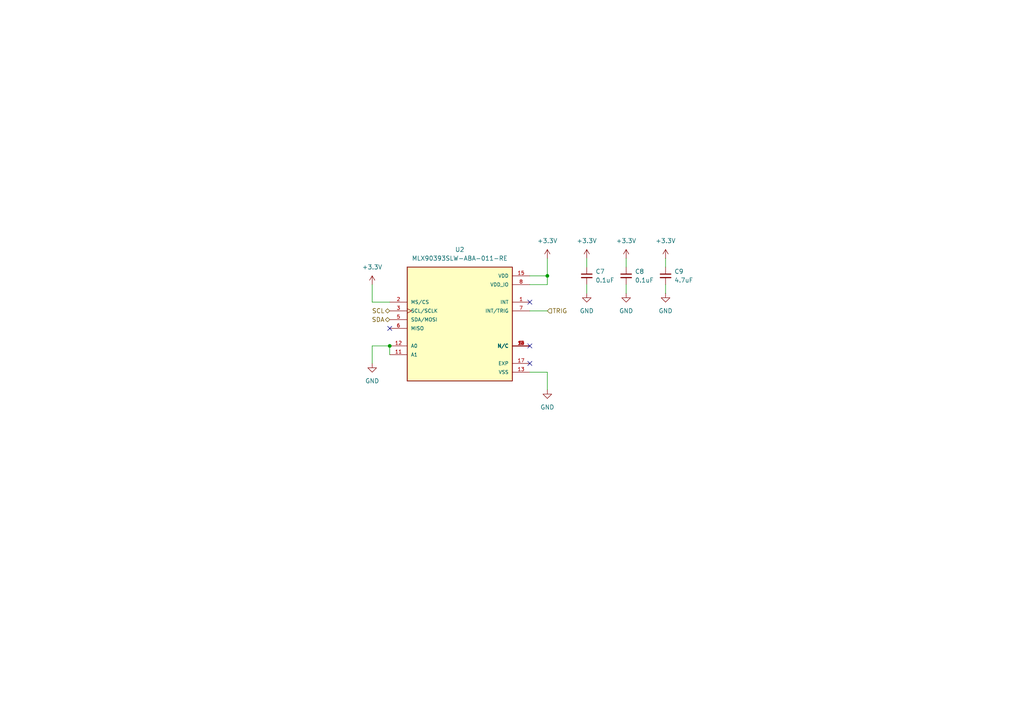
<source format=kicad_sch>
(kicad_sch (version 20231120) (generator "eeschema") (generator_version "8.0")
  (paper "A4")
  (lib_symbols
    (symbol "Device:C_Small" (pin_numbers hide) (pin_names (offset 0.254) hide)
      (property "Reference" "C" (at 0.254 1.778 0))
      (property "Value" "C_Small" (at 0.254 -2.032 0))
      (symbol "C_Small_0_1"
        (polyline (pts (xy -1.524 -0.508) (xy 1.524 -0.508)) (stroke (width 0.3302)))
        (polyline (pts (xy -1.524 0.508) (xy 1.524 0.508)) (stroke (width 0.3048)))
      )
      (symbol "C_Small_1_1"
        (pin passive line (at 0 2.54 270) (length 2.032) (name "~") (number "1"))
        (pin passive line (at 0 -2.54 90) (length 2.032) (name "~") (number "2"))
      )
    )
    (symbol "MLX90393SLW-ABA-011-RE:MLX90393SLW-ABA-011-RE" (pin_names (offset 1.016))
      (property "Reference" "U" (at -15.24 16.002 0))
      (property "Value" "MLX90393SLW-ABA-011-RE" (at -15.24 -20.32 0))
      (symbol "MLX90393SLW-ABA-011-RE_0_0"
        (rectangle (start -15.24 -17.78) (end 15.24 15.24) (stroke (width 0.254)) (fill (type background)))
        (pin output line (at 20.32 5.08 180) (length 5.08) (name "INT") (number "1"))
        (pin passive line (at 20.32 -7.62 180) (length 5.08) (name "N/C") (number "10"))
        (pin input line (at -20.32 -10.16 0) (length 5.08) (name "A1") (number "11"))
        (pin input line (at -20.32 -7.62 0) (length 5.08) (name "A0") (number "12"))
        (pin power_in line (at 20.32 -15.24 180) (length 5.08) (name "VSS") (number "13"))
        (pin passive line (at 20.32 -7.62 180) (length 5.08) (name "N/C") (number "14"))
        (pin power_in line (at 20.32 12.7 180) (length 5.08) (name "VDD") (number "15"))
        (pin passive line (at 20.32 -7.62 180) (length 5.08) (name "N/C") (number "16"))
        (pin passive line (at 20.32 -12.7 180) (length 5.08) (name "EXP") (number "17"))
        (pin input line (at -20.32 5.08 0) (length 5.08) (name "MS/CS") (number "2"))
        (pin input clock (at -20.32 2.54 0) (length 5.08) (name "SCL/SCLK") (number "3"))
        (pin passive line (at 20.32 -7.62 180) (length 5.08) (name "N/C") (number "4"))
        (pin bidirectional line (at -20.32 0 0) (length 5.08) (name "SDA/MOSI") (number "5"))
        (pin output line (at -20.32 -2.54 0) (length 5.08) (name "MISO") (number "6"))
        (pin bidirectional line (at 20.32 2.54 180) (length 5.08) (name "INT/TRIG") (number "7"))
        (pin power_in line (at 20.32 10.16 180) (length 5.08) (name "VDD_IO") (number "8"))
        (pin passive line (at 20.32 -7.62 180) (length 5.08) (name "N/C") (number "9"))
      )
    )
    (symbol "power:+3.3V" (power) (pin_numbers hide) (pin_names (offset 0) hide)
      (property "Value" "+3.3V" (at 0 3.556 0))
      (symbol "+3.3V_0_1"
        (polyline (pts (xy -0.762 1.27) (xy 0 2.54)))
        (polyline (pts (xy 0 0) (xy 0 2.54)))
        (polyline (pts (xy 0 2.54) (xy 0.762 1.27)))
      )
      (symbol "+3.3V_1_1"
        (pin power_in line (at 0 0 90) (length 0) (name "~") (number "1"))
      )
    )
    (symbol "power:GND" (power) (pin_numbers hide) (pin_names (offset 0) hide)
      (property "Value" "GND" (at 0 -3.81 0))
      (symbol "GND_0_1"
        (polyline (pts (xy 0 0) (xy 0 -1.27) (xy 1.27 -1.27) (xy 0 -2.54) (xy -1.27 -1.27) (xy 0 -1.27)))
      )
      (symbol "GND_1_1"
        (pin power_in line (at 0 0 270) (length 0) (name "~") (number "1"))
      )
    )
  )
  (junction (at 113.03 100.33))
  (junction (at 158.75 80.01))
  (no_connect (at 153.67 87.63))
  (no_connect (at 153.67 100.33))
  (no_connect (at 113.03 95.25))
  (no_connect (at 153.67 105.41))
  (wire (pts (xy 107.95 82.55) (xy 107.95 87.63)))
  (wire (pts (xy 107.95 100.33) (xy 107.95 105.41)))
  (wire (pts (xy 153.67 90.17) (xy 158.75 90.17)))
  (wire (pts (xy 158.75 74.93) (xy 158.75 80.01)))
  (wire (pts (xy 113.03 87.63) (xy 107.95 87.63)))
  (wire (pts (xy 170.18 74.93) (xy 170.18 77.47)))
  (wire (pts (xy 153.67 80.01) (xy 158.75 80.01)))
  (wire (pts (xy 181.61 82.55) (xy 181.61 85.09)))
  (wire (pts (xy 193.04 74.93) (xy 193.04 77.47)))
  (wire (pts (xy 170.18 82.55) (xy 170.18 85.09)))
  (wire (pts (xy 153.67 107.95) (xy 158.75 107.95)))
  (wire (pts (xy 153.67 82.55) (xy 158.75 82.55)))
  (wire (pts (xy 113.03 100.33) (xy 113.03 102.87)))
  (wire (pts (xy 158.75 82.55) (xy 158.75 80.01)))
  (wire (pts (xy 158.75 107.95) (xy 158.75 113.03)))
  (wire (pts (xy 193.04 82.55) (xy 193.04 85.09)))
  (wire (pts (xy 113.03 100.33) (xy 107.95 100.33)))
  (wire (pts (xy 181.61 74.93) (xy 181.61 77.47)))
  (hierarchical_label "SDA" (shape bidirectional) (at 113.03 92.71 180))
  (hierarchical_label "TRIG" (shape input) (at 158.75 90.17 0))
  (hierarchical_label "SCL" (shape bidirectional) (at 113.03 90.17 180))
  (symbol (lib_id "power:+3.3V") (at 181.61 74.93 0) (unit 1)
    (property "Reference" "#PWR023" (effects (hide yes)))
    (property "Value" "+3.3V" (at 181.61 69.85 0))
    (property "Description" "Power symbol creates a global label with name \"+3.3V\"" (effects (hide yes)))
  )
  (symbol (lib_id "power:GND") (at 158.75 113.03 0) (unit 1)
    (property "Reference" "#PWR020" (effects (hide yes)))
    (property "Value" "GND" (at 158.75 118.11 0))
    (property "Description" "Power symbol creates a global label with name \"GND\" , ground" (effects (hide yes)))
  )
  (symbol (lib_id "power:GND") (at 107.95 105.41 0) (unit 1)
    (property "Reference" "#PWR018" (effects (hide yes)))
    (property "Value" "GND" (at 107.95 110.49 0))
    (property "Description" "Power symbol creates a global label with name \"GND\" , ground" (effects (hide yes)))
  )
  (symbol (lib_id "MLX90393SLW-ABA-011-RE:MLX90393SLW-ABA-011-RE") (at 133.35 92.71 0) (unit 1)
    (property "Reference" "U2" (at 133.35 72.39 0))
    (property "Value" "MLX90393SLW-ABA-011-RE" (at 133.35 74.93 0))
    (property "Footprint" "bookbuddy:QFN50P300X300X100-17N" (effects (hide yes)))
    (property "MF" "Melexis" (effects (hide yes)))
    (property "MAXIMUM_PACKAGE_HEIGHT" "1.0mm" (effects (hide yes)))
    (property "Package" "QFN-16-17 Melexis" (effects (hide yes)))
    (property "Price" "None" (effects (hide yes)))
    (property "Check_prices" "https://www.snapeda.com/parts/MLX90393SLWABA011RE/Melexis/view-part/?ref=eda" (effects (hide yes)))
    (property "STANDARD" "IPC-7351B" (effects (hide yes)))
    (property "PARTREV" "010" (effects (hide yes)))
    (property "SnapEDA_Link" "https://www.snapeda.com/parts/MLX90393SLWABA011RE/Melexis/view-part/?ref=snap" (effects (hide yes)))
    (property "MP" "MLX90393SLWABA011RE" (effects (hide yes)))
    (property "Description_1" "\n                        \n                            Triaxis« Magnetic node - Micropower Magnetometer ft. SPI/I2C Output - I2C_addres\n                        \n" (effects (hide yes)))
    (property "Availability" "In Stock" (effects (hide yes)))
    (property "MANUFACTURER" "Melexis" (effects (hide yes)))
  )
  (symbol (lib_id "power:+3.3V") (at 158.75 74.93 0) (unit 1)
    (property "Reference" "#PWR019" (effects (hide yes)))
    (property "Value" "+3.3V" (at 158.75 69.85 0))
    (property "Description" "Power symbol creates a global label with name \"+3.3V\"" (effects (hide yes)))
  )
  (symbol (lib_id "power:+3.3V") (at 107.95 82.55 0) (unit 1)
    (property "Reference" "#PWR017" (effects (hide yes)))
    (property "Value" "+3.3V" (at 107.95 77.47 0))
    (property "Description" "Power symbol creates a global label with name \"+3.3V\"" (effects (hide yes)))
  )
  (symbol (lib_id "power:GND") (at 193.04 85.09 0) (unit 1)
    (property "Reference" "#PWR026" (effects (hide yes)))
    (property "Value" "GND" (at 193.04 90.17 0))
    (property "Description" "Power symbol creates a global label with name \"GND\" , ground" (effects (hide yes)))
  )
  (symbol (lib_id "power:GND") (at 170.18 85.09 0) (unit 1)
    (property "Reference" "#PWR022" (effects (hide yes)))
    (property "Value" "GND" (at 170.18 90.17 0))
    (property "Description" "Power symbol creates a global label with name \"GND\" , ground" (effects (hide yes)))
  )
  (symbol (lib_id "Device:C_Small") (at 170.18 80.01 0) (unit 1)
    (property "Reference" "C7" (at 172.72 78.7462 0) (effects (justify left)))
    (property "Value" "0.1uF" (at 172.72 81.2862 0) (effects (justify left)))
    (property "Footprint" "Capacitor_SMD:C_0603_1608Metric_Pad1.08x0.95mm_HandSolder" (effects (hide yes)))
    (property "Description" "Unpolarized capacitor, small symbol" (effects (hide yes)))
  )
  (symbol (lib_id "Device:C_Small") (at 181.61 80.01 0) (unit 1)
    (property "Reference" "C8" (at 184.15 78.7462 0) (effects (justify left)))
    (property "Value" "0.1uF" (at 184.15 81.2862 0) (effects (justify left)))
    (property "Footprint" "Capacitor_SMD:C_0603_1608Metric_Pad1.08x0.95mm_HandSolder" (effects (hide yes)))
    (property "Description" "Unpolarized capacitor, small symbol" (effects (hide yes)))
  )
  (symbol (lib_id "power:GND") (at 181.61 85.09 0) (unit 1)
    (property "Reference" "#PWR024" (effects (hide yes)))
    (property "Value" "GND" (at 181.61 90.17 0))
    (property "Description" "Power symbol creates a global label with name \"GND\" , ground" (effects (hide yes)))
  )
  (symbol (lib_id "power:+3.3V") (at 170.18 74.93 0) (unit 1)
    (property "Reference" "#PWR021" (effects (hide yes)))
    (property "Value" "+3.3V" (at 170.18 69.85 0))
    (property "Description" "Power symbol creates a global label with name \"+3.3V\"" (effects (hide yes)))
  )
  (symbol (lib_id "Device:C_Small") (at 193.04 80.01 0) (unit 1)
    (property "Reference" "C9" (at 195.58 78.7462 0) (effects (justify left)))
    (property "Value" "4.7uF" (at 195.58 81.2862 0) (effects (justify left)))
    (property "Footprint" "Capacitor_SMD:C_0603_1608Metric_Pad1.08x0.95mm_HandSolder" (effects (hide yes)))
    (property "Description" "Unpolarized capacitor, small symbol" (effects (hide yes)))
  )
  (symbol (lib_id "power:+3.3V") (at 193.04 74.93 0) (unit 1)
    (property "Reference" "#PWR025" (effects (hide yes)))
    (property "Value" "+3.3V" (at 193.04 69.85 0))
    (property "Description" "Power symbol creates a global label with name \"+3.3V\"" (effects (hide yes)))
  )
)
</source>
